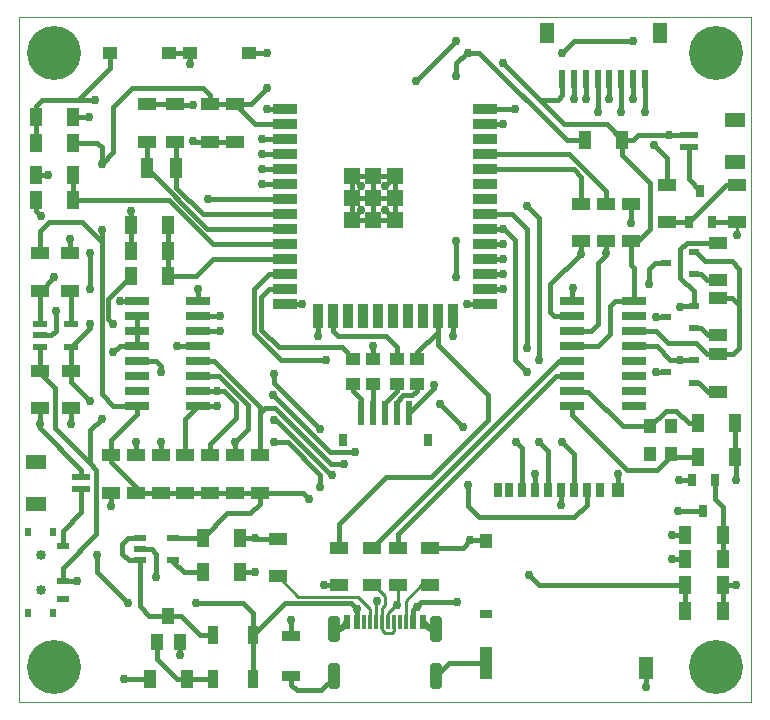
<source format=gbr>
G04 PROTEUS GERBER X2 FILE*
%TF.GenerationSoftware,Labcenter,Proteus,8.17-SP5-Build39395*%
%TF.CreationDate,2025-01-31T21:13:05+00:00*%
%TF.FileFunction,Copper,L1,Top*%
%TF.FilePolarity,Positive*%
%TF.Part,Single*%
%TF.SameCoordinates,{25d9a88a-2623-41a1-bce1-36a6f26497cc}*%
%FSLAX45Y45*%
%MOMM*%
G01*
%TA.AperFunction,Conductor*%
%ADD10C,0.508000*%
%ADD11C,0.381000*%
%ADD12C,0.254000*%
%TA.AperFunction,ViaPad*%
%ADD13C,0.762000*%
%TA.AperFunction,SMDPad,CuDef*%
%ADD14R,0.590000X1.150000*%
%ADD15R,0.300000X1.150000*%
%AMPPAD006*
4,1,36,
-0.195200,1.100000,
0.195200,1.100000,
0.256620,1.093810,
0.313830,1.076040,
0.365610,1.047940,
0.410720,1.010720,
0.447940,0.965600,
0.476040,0.913830,
0.493810,0.856620,
0.500000,0.795200,
0.500000,-0.795200,
0.493810,-0.856620,
0.476040,-0.913830,
0.447940,-0.965600,
0.410720,-1.010720,
0.365610,-1.047940,
0.313830,-1.076040,
0.256620,-1.093810,
0.195200,-1.100000,
-0.195200,-1.100000,
-0.256620,-1.093810,
-0.313830,-1.076040,
-0.365610,-1.047940,
-0.410720,-1.010720,
-0.447940,-0.965600,
-0.476040,-0.913830,
-0.493810,-0.856620,
-0.500000,-0.795200,
-0.500000,0.795200,
-0.493810,0.856620,
-0.476040,0.913830,
-0.447940,0.965600,
-0.410720,1.010720,
-0.365610,1.047940,
-0.313830,1.076040,
-0.256620,1.093810,
-0.195200,1.100000,
0*%
%TA.AperFunction,WasherPad*%
%ADD16PPAD006*%
%TA.AperFunction,SMDPad,CuDef*%
%ADD17R,0.889000X1.524000*%
%TA.AperFunction,SMDPad,CuDef*%
%ADD18R,1.092200X0.609600*%
%TA.AperFunction,OtherPad,Unknown*%
%ADD19C,0.762000*%
%TA.AperFunction,SMDPad,CuDef*%
%ADD70R,2.000000X0.900000*%
%ADD71R,0.900000X2.000000*%
%ADD20R,1.330000X1.330000*%
%TA.AperFunction,SMDPad,CuDef*%
%ADD21R,2.032000X0.635000*%
%TA.AperFunction,SMDPad,CuDef*%
%ADD22R,1.524000X1.016000*%
%TA.AperFunction,SMDPad,CuDef*%
%ADD23R,0.700000X1.200000*%
%ADD24R,1.000000X1.200000*%
%ADD25R,1.000000X2.800000*%
%ADD26R,1.300000X1.899920*%
%ADD27R,1.000000X0.800100*%
%TA.AperFunction,SMDPad,CuDef*%
%ADD28R,1.000000X0.500000*%
%TA.AperFunction,ComponentPad*%
%ADD29C,0.850000*%
%TA.AperFunction,SMDPad,CuDef*%
%ADD72R,0.500000X0.800000*%
%TA.AperFunction,SMDPad,CuDef*%
%ADD73R,1.550000X0.600000*%
%ADD30R,1.800000X1.200000*%
%TA.AperFunction,OtherPad,Unknown*%
%ADD31C,4.572000*%
%TA.AperFunction,SMDPad,CuDef*%
%ADD32R,1.000000X1.400000*%
%TA.AperFunction,SMDPad,CuDef*%
%ADD33R,1.016000X1.524000*%
%TA.AperFunction,SMDPad,CuDef*%
%ADD34R,1.270000X0.558800*%
%TA.AperFunction,SMDPad,CuDef*%
%ADD35R,1.250000X1.100000*%
%ADD36R,1.000000X1.800000*%
%TA.AperFunction,SMDPad,CuDef*%
%ADD37R,0.939800X0.609600*%
%ADD38R,0.700000X1.000000*%
%TA.AperFunction,SMDPad,CuDef*%
%ADD39R,0.600000X1.550000*%
%ADD40R,1.200000X1.800000*%
%TA.AperFunction,SMDPad,CuDef*%
%ADD41R,1.524000X0.889000*%
%ADD42R,1.270000X1.016000*%
%TA.AperFunction,SMDPad,CuDef*%
%ADD43R,0.600000X2.000000*%
%ADD44R,0.750000X1.000000*%
%TA.AperFunction,SMDPad,CuDef*%
%ADD45R,1.100000X1.300000*%
%TA.AperFunction,Profile*%
%ADD46C,0.101600*%
%TD.AperFunction*%
D10*
X+2780000Y+680000D02*
X+2722990Y+622990D01*
X+2668000Y+622990D01*
X+3420000Y+680000D02*
X+3477012Y+622988D01*
X+3532000Y+622988D01*
D11*
X+370880Y+1325000D02*
X+370880Y+1325000D01*
X+1847228Y+1391008D02*
X+1869118Y+1391008D01*
X+438160Y+2807205D02*
X+438160Y+3010140D01*
X+439080Y+3011060D01*
X+179080Y+2807205D02*
X+179080Y+3010140D01*
X+180000Y+3011060D01*
X+999300Y+3272000D02*
X+999300Y+3145000D01*
X+999300Y+3018000D01*
X+1520000Y+3018000D02*
X+1342000Y+3018000D01*
X+1340000Y+3020000D01*
X+1554158Y+1101008D02*
X+1393803Y+1101008D01*
X+1304388Y+1190423D01*
X+1304388Y+1201008D01*
X+1554158Y+1391008D02*
X+1304388Y+1391008D01*
X+1024388Y+1296008D02*
X+1126036Y+1296008D01*
X+1163107Y+1258937D01*
X+1164388Y+1257656D01*
X+1164388Y+1061008D01*
X+1024388Y+1391008D02*
X+927360Y+1391008D01*
X+876716Y+1340364D01*
X+876716Y+1254472D01*
X+930180Y+1201008D01*
X+1024388Y+1201008D01*
X+1108132Y+200000D02*
X+890000Y+200000D01*
X+2000000Y+1100000D02*
X+1870126Y+1100000D01*
X+1869118Y+1101008D01*
X+2000000Y+1390000D02*
X+1870126Y+1390000D01*
X+1869118Y+1391008D01*
X+430000Y+3800000D02*
X+430000Y+3921060D01*
X+437240Y+2353050D02*
X+437240Y+2492245D01*
X+438160Y+2492245D01*
X+178160Y+2353050D02*
X+178160Y+2492245D01*
X+179080Y+2492245D01*
X+990000Y+1775660D02*
X+1200000Y+1775660D01*
X+1410000Y+1775660D01*
X+1620000Y+1775660D01*
X+1830000Y+1775660D01*
X+2040000Y+1775660D01*
X+2100000Y+5020000D02*
X+2250000Y+5020000D01*
X+2250000Y+4385000D02*
X+2060199Y+4385000D01*
X+2060096Y+4385000D01*
X+2060093Y+4384997D01*
X+2250000Y+4512000D02*
X+2059768Y+4512000D01*
X+2059748Y+4511980D01*
X+1520000Y+3272000D02*
X+1699421Y+3272000D01*
X+1699766Y+3272345D01*
X+1520000Y+3145000D02*
X+1699820Y+3145000D01*
X+1699878Y+3144942D01*
X+780000Y+2090620D02*
X+780000Y+2222304D01*
X+999300Y+2441604D01*
X+999300Y+2510000D01*
X+780000Y+1660000D02*
X+780000Y+1775660D01*
X+439080Y+3199020D02*
X+439080Y+3475960D01*
X+430000Y+3485040D01*
X+180000Y+3199020D02*
X+180000Y+3485040D01*
X+2250000Y+4258000D02*
X+1601951Y+4258000D01*
X+1601886Y+4257935D01*
X+300000Y+3600000D02*
X+185040Y+3485040D01*
X+180000Y+3485040D01*
X+700000Y+3900000D02*
X+536935Y+4063065D01*
X+251510Y+4063065D01*
X+180000Y+3991555D01*
X+180000Y+3800000D01*
X+1520000Y+3399000D02*
X+1520000Y+3500000D01*
X+5922516Y+3575120D02*
X+5827957Y+3575120D01*
X+5827510Y+3575567D01*
X+5778077Y+3625000D01*
X+5712516Y+3625000D01*
X+5922516Y+3105080D02*
X+5831008Y+3105080D01*
X+5830838Y+3105250D01*
X+5771088Y+3165000D01*
X+5712516Y+3165000D01*
X+5922516Y+2630080D02*
X+5835632Y+2630080D01*
X+5835387Y+2630325D01*
X+5760712Y+2705000D01*
X+5712516Y+2705000D01*
X+5922516Y+3420040D02*
X+6039960Y+3420040D01*
X+6100000Y+3360000D01*
X+5922516Y+2945040D02*
X+6045040Y+2945040D01*
X+6100000Y+3000000D01*
X+6100000Y+3360000D01*
X+2060136Y+4765983D02*
X+2249983Y+4765983D01*
X+2250000Y+4766000D01*
X+2530000Y+3100000D02*
X+2530000Y+3267500D01*
X+2528500Y+3269000D01*
X+700000Y+4560000D02*
X+700000Y+4700000D01*
X+661060Y+4738940D01*
X+457480Y+4738940D01*
X+1270000Y+5500000D02*
X+1450000Y+5500000D01*
X+1450000Y+5400000D01*
X+4100000Y+4004000D02*
X+3950000Y+4004000D01*
X+3950000Y+4893000D02*
X+4099919Y+4893000D01*
X+4100000Y+4893081D01*
X+500000Y+5100000D02*
X+770000Y+5370000D01*
X+770000Y+5500000D01*
X+3950000Y+5020000D02*
X+4200000Y+5020000D01*
X+3793261Y+3370000D02*
X+3951000Y+3370000D01*
X+3950000Y+3369000D01*
X+1641125Y+200000D02*
X+1423092Y+200000D01*
X+2300000Y+220000D02*
X+2300000Y+150000D01*
X+2350000Y+100000D01*
X+2560000Y+100000D01*
X+2668000Y+208000D01*
X+2668000Y+223000D01*
X+1981125Y+570000D02*
X+1981125Y+200000D01*
X+3672217Y+3099684D02*
X+3671271Y+3100630D01*
X+3671271Y+3268771D01*
X+3671500Y+3269000D01*
X+3000000Y+4454000D02*
X+2817000Y+4454000D01*
X+3183000Y+4454000D02*
X+3000000Y+4454000D01*
X+2817000Y+4270000D02*
X+2817000Y+4454000D01*
X+3000000Y+4270000D02*
X+3000000Y+4454000D01*
X+3000000Y+4270000D02*
X+2817000Y+4270000D01*
X+3183000Y+4087000D02*
X+3183000Y+4270000D01*
X+3183000Y+4454000D01*
X+2817000Y+4270000D02*
X+2817000Y+4087000D01*
X+3000000Y+4087000D02*
X+2817000Y+4087000D01*
X+3183000Y+4087000D02*
X+3000000Y+4087000D01*
X+3183000Y+4087000D02*
X+3100000Y+4170000D01*
X+3183000Y+4454000D02*
X+3100000Y+4371000D01*
X+3100000Y+4370000D01*
X+1265612Y+733834D02*
X+1101760Y+733834D01*
X+1024388Y+811206D01*
X+1024388Y+1201008D01*
X+3000000Y+4270000D02*
X+3183000Y+4270000D01*
X+3000000Y+4087000D02*
X+3000000Y+4270000D01*
X+2817000Y+4087000D02*
X+2900000Y+4170000D01*
X+2817000Y+4454000D02*
X+2900000Y+4371000D01*
X+2900000Y+4370000D01*
X+1641125Y+570000D02*
X+1534532Y+570000D01*
X+1370698Y+733834D01*
X+1265612Y+733834D01*
X+1423092Y+200000D02*
X+1340000Y+200000D01*
X+1170616Y+369384D01*
X+1170616Y+513834D01*
X+3210000Y+1306130D02*
X+3210000Y+1422538D01*
X+4547462Y+2760000D01*
X+4684650Y+2760000D01*
X+142520Y+4738940D02*
X+142520Y+4953940D01*
X+142520Y+5050636D01*
X+191884Y+5100000D01*
X+500000Y+5100000D01*
X+457480Y+4250000D02*
X+457480Y+4460000D01*
X+250000Y+4460000D02*
X+142520Y+4460000D01*
X+590000Y+4953940D02*
X+457480Y+4953940D01*
X+1085000Y+4747520D02*
X+1085000Y+4525000D01*
X+1080000Y+4520000D01*
X+1085000Y+5062480D02*
X+1325000Y+5062480D01*
X+1325000Y+4747520D02*
X+1330000Y+4742520D01*
X+1330000Y+4520000D01*
X+457480Y+4250000D02*
X+1267975Y+4250000D01*
X+1640975Y+3877000D01*
X+2250000Y+3877000D01*
X+1080000Y+4520000D02*
X+1596000Y+4004000D01*
X+2250000Y+4004000D01*
X+1330000Y+4520000D02*
X+1330000Y+4354849D01*
X+1554849Y+4130000D01*
X+2249000Y+4130000D01*
X+2250000Y+4131000D01*
X+1615000Y+4747520D02*
X+1830000Y+4747520D01*
X+700000Y+4560000D02*
X+800379Y+4660379D01*
X+800379Y+5043137D01*
X+957242Y+5200000D01*
X+1560000Y+5200000D01*
X+1615000Y+5145000D01*
X+1615000Y+5062480D01*
X+1830000Y+5062480D01*
X+1470000Y+5060000D02*
X+1327480Y+5060000D01*
X+1325000Y+5062480D01*
X+1615000Y+4747520D02*
X+1472480Y+4747520D01*
X+1470000Y+4750000D01*
X+5700008Y+1880000D02*
X+5590000Y+1880000D01*
X+5310000Y+130000D02*
X+5310000Y+285512D01*
X+5307512Y+288000D01*
X+4368000Y+1798000D02*
X+4368000Y+1928000D01*
X+4370000Y+1930000D01*
X+3957502Y+332488D02*
X+3641488Y+332488D01*
X+3532000Y+223000D01*
X+5957480Y+1210000D02*
X+5957480Y+1420000D01*
X+5642520Y+1420000D02*
X+5530000Y+1420000D01*
X+6064960Y+2360000D02*
X+6064960Y+2080000D01*
X+5642520Y+990000D02*
X+5642520Y+770000D01*
X+5957480Y+990000D02*
X+5957480Y+770000D01*
X+6070000Y+990000D02*
X+5957480Y+990000D01*
X+5070000Y+1930000D02*
X+5070000Y+1801000D01*
X+5073000Y+1798000D01*
X+950000Y+4040000D02*
X+950000Y+4160000D01*
X+950000Y+3820000D02*
X+950000Y+4040000D01*
X+1264960Y+3610000D02*
X+1264960Y+3820000D01*
X+1264960Y+4040000D02*
X+1264960Y+3820000D01*
X+1264960Y+3610000D02*
X+1500000Y+3610000D01*
X+1640000Y+3750000D01*
X+2250000Y+3750000D01*
X+5957480Y+1420000D02*
X+5957480Y+1652520D01*
X+5890000Y+1720000D01*
X+5890000Y+1880000D01*
X+6070000Y+1880000D02*
X+6070000Y+2074960D01*
X+6064960Y+2080000D01*
X+1360608Y+513834D02*
X+1360608Y+400608D01*
X+1360000Y+400000D01*
X+490928Y+1024082D02*
X+490010Y+1025000D01*
X+370880Y+1025000D01*
D12*
X+3175121Y+680121D02*
X+3175000Y+680000D01*
X+3075000Y+680000D02*
X+3075000Y+611306D01*
X+3099673Y+586633D01*
X+3157830Y+586633D01*
X+3175000Y+603803D01*
X+3175000Y+680000D01*
D11*
X+999300Y+3399000D02*
X+999300Y+3398787D01*
X+853992Y+3398787D01*
X+852682Y+3400097D01*
X+2059845Y+4639069D02*
X+2059914Y+4639000D01*
X+2250000Y+4639000D01*
X+439080Y+3011060D02*
X+600000Y+3171980D01*
X+600000Y+3200000D01*
X+600000Y+3500000D02*
X+600000Y+3800000D01*
X+187509Y+4113161D02*
X+142520Y+4158150D01*
X+142520Y+4250000D01*
X+500000Y+5100000D02*
X+640000Y+5100000D01*
X+5482516Y+2800000D02*
X+5390000Y+2800000D01*
X+5712516Y+3355000D02*
X+5712516Y+3479739D01*
X+5597833Y+3594422D01*
X+5597833Y+3835806D01*
X+5652107Y+3890080D01*
X+5922516Y+3890080D01*
X+5712516Y+2895000D02*
X+5601628Y+2895000D01*
X+5597682Y+2898946D01*
X+4698000Y+1798000D02*
X+4698000Y+2102000D01*
X+4600000Y+2200000D01*
X+4400000Y+2900000D02*
X+4400000Y+4100000D01*
X+4300000Y+4200000D01*
X+4258000Y+1798000D02*
X+4258000Y+2152000D01*
X+4210000Y+2200000D01*
X+4300000Y+3000000D02*
X+4300000Y+4002991D01*
X+4171991Y+4131000D01*
X+3950000Y+4131000D01*
X+4477000Y+1798000D02*
X+4477000Y+2123000D01*
X+4400000Y+2200000D01*
X+4300000Y+2800000D02*
X+4200000Y+2900000D01*
X+4200000Y+3910000D01*
X+4106000Y+4004000D01*
X+4100000Y+4004000D01*
X+5597682Y+2898946D02*
X+5515487Y+2898946D01*
X+5400266Y+3014167D01*
X+5205517Y+3014167D01*
X+5205350Y+3014000D01*
X+6100000Y+3360000D02*
X+6100000Y+3670612D01*
X+6034649Y+3735963D01*
X+5812497Y+3735963D01*
X+5733460Y+3815000D01*
X+5712516Y+3815000D01*
X+5597553Y+3349596D02*
X+5602957Y+3355000D01*
X+5712516Y+3355000D01*
X+5922516Y+2945040D02*
X+5826763Y+2945040D01*
X+5731521Y+3040282D01*
X+5496158Y+3040282D01*
X+5395440Y+3141000D01*
X+5205350Y+3141000D01*
X+5205350Y+3395000D02*
X+5045000Y+3395000D01*
X+5001901Y+3351901D01*
X+5001901Y+3116301D01*
X+4899600Y+3014000D01*
X+4684650Y+3014000D01*
X+4970000Y+4222480D02*
X+4970000Y+4324423D01*
X+4655423Y+4639000D01*
X+3950000Y+4639000D01*
X+4760000Y+4222480D02*
X+4760000Y+4450001D01*
X+4698001Y+4512000D01*
X+3950000Y+4512000D01*
X+5205350Y+3395000D02*
X+5205350Y+3674650D01*
X+5180000Y+3700000D01*
X+5180000Y+3907520D01*
X+5482516Y+3260000D02*
X+5400442Y+3260000D01*
X+5399080Y+3261362D01*
X+5390000Y+3261362D01*
X+4684650Y+3268000D02*
X+4532000Y+3268000D01*
X+4500000Y+3300000D01*
X+4500000Y+3540000D01*
X+4758737Y+3798737D01*
X+4758737Y+3906257D01*
X+4760000Y+3907520D01*
X+800000Y+2963845D02*
X+854155Y+3018000D01*
X+999300Y+3018000D01*
X+990000Y+2090620D02*
X+990000Y+2200000D01*
D12*
X+3125000Y+680000D02*
X+3125000Y+757281D01*
X+3194599Y+826880D01*
X+3196880Y+826880D01*
X+3210000Y+840000D01*
X+3210000Y+991170D01*
D11*
X+3340000Y+680000D02*
X+3340000Y+780000D01*
X+3370000Y+810000D01*
X+2860000Y+680000D02*
X+2860000Y+790000D01*
X+1830000Y+5062480D02*
X+1999480Y+4893000D01*
X+2250000Y+4893000D01*
X+1950000Y+5500000D02*
X+2100000Y+5500000D01*
X+3700000Y+3600000D02*
X+3700000Y+3902540D01*
X+3700000Y+5300000D02*
X+3700000Y+5408538D01*
X+3791462Y+5500000D01*
X+3800000Y+5500000D01*
X+5750000Y+2360000D02*
X+5671872Y+2360000D01*
X+5562668Y+2469204D01*
X+5474204Y+2469204D01*
X+5340000Y+2335000D01*
X+5527500Y+2097500D02*
X+5400000Y+1970000D01*
X+5148933Y+1970000D01*
X+4684650Y+2434283D01*
X+4684650Y+2506000D01*
X+5750000Y+2080000D02*
X+5545000Y+2080000D01*
X+5527500Y+2097500D01*
X+5520000Y+2105000D01*
X+5340000Y+2335000D02*
X+5115000Y+2335000D01*
X+4820000Y+2630000D01*
X+4687650Y+2630000D01*
X+4684650Y+2633000D01*
X+3370000Y+810000D02*
X+3404602Y+844602D01*
X+3708134Y+844602D01*
X+5530000Y+1210000D02*
X+5642520Y+1210000D01*
X+2990000Y+1306130D02*
X+4571116Y+2887246D01*
X+4581291Y+2887246D01*
X+4684404Y+2887246D01*
X+4684650Y+2887000D01*
D12*
X+3075000Y+680000D02*
X+3074833Y+680000D01*
X+3074833Y+794832D01*
X+3102958Y+822957D01*
X+3102958Y+898138D01*
X+3009926Y+991170D01*
X+2990000Y+991170D01*
X+3028299Y+852999D02*
X+3025000Y+849700D01*
X+3025000Y+680000D01*
X+3275006Y+680000D02*
X+3275006Y+857995D01*
D11*
X+1200000Y+2090620D02*
X+1200000Y+2200000D01*
X+1200000Y+2800000D02*
X+1200000Y+2849436D01*
X+1157207Y+2892229D01*
X+1055378Y+2892229D01*
X+1054149Y+2891000D01*
X+999300Y+2891000D01*
X+1410000Y+2090620D02*
X+1410000Y+2400000D01*
X+1520000Y+2510000D01*
X+2040000Y+2090620D02*
X+2040000Y+2450000D01*
X+2040000Y+2502025D01*
X+1651025Y+2891000D01*
X+1520000Y+2891000D01*
X+1830000Y+2090620D02*
X+1830000Y+2200000D01*
X+1940000Y+2310000D01*
X+1940000Y+2520000D01*
X+1696000Y+2764000D01*
X+1520000Y+2764000D01*
X+1680000Y+2637000D02*
X+1520000Y+2637000D01*
X+3820000Y+1370000D02*
X+3955502Y+1370000D01*
X+3957502Y+1368000D01*
D12*
X+3275006Y+857995D02*
X+3408181Y+991170D01*
X+3480000Y+991170D01*
D11*
X+3480000Y+1306130D02*
X+3756130Y+1306130D01*
X+3820000Y+1370000D01*
X+2190000Y+1386130D02*
X+2003870Y+1386130D01*
X+2000000Y+1390000D01*
X+2550804Y+1820804D02*
X+2550804Y+1926644D01*
X+2277448Y+2200000D01*
X+2160000Y+2200000D01*
X+2160000Y+2390000D02*
X+2172970Y+2390000D01*
X+2642970Y+1920000D01*
X+2650000Y+1920000D01*
X+1520000Y+2510000D02*
X+1677944Y+2510000D01*
X+1677397Y+2509453D01*
X+1677397Y+2508914D01*
X+2250000Y+3369000D02*
X+2399361Y+3369000D01*
X+2399727Y+3368634D01*
X+3000000Y+3020000D02*
X+3000000Y+2908468D01*
X+2998266Y+2906734D01*
X+3000000Y+2905000D01*
X+2655500Y+3269000D02*
X+2655500Y+3144592D01*
X+2700092Y+3100000D01*
X+3108594Y+3100000D01*
X+3200000Y+3008594D01*
X+3200000Y+2905000D01*
X+3000000Y+2691640D02*
X+3000000Y+2450000D01*
X+3200000Y+2691640D02*
X+3200000Y+2637177D01*
X+3100000Y+2537177D01*
X+3100000Y+2450000D01*
X+2830000Y+2691640D02*
X+2830000Y+2633411D01*
X+2900000Y+2563411D01*
X+2900000Y+2450000D01*
X+3370000Y+2691640D02*
X+3370000Y+2638534D01*
X+3328703Y+2597237D01*
X+3253575Y+2597237D01*
X+3200000Y+2543662D01*
X+3200000Y+2450000D01*
X+2150794Y+2600100D02*
X+2633032Y+2117862D01*
X+2847862Y+2117862D01*
X+2550000Y+2310000D02*
X+2160000Y+2700000D01*
X+2160000Y+2780000D01*
X+1620000Y+2090620D02*
X+1620000Y+2185132D01*
X+1840000Y+2405132D01*
X+1840000Y+2537075D01*
X+1740075Y+2637000D01*
X+1680000Y+2637000D01*
X+2040000Y+2450000D02*
X+2082978Y+2492978D01*
X+2166203Y+2492978D01*
X+2639181Y+2020000D01*
X+2750000Y+2020000D01*
X+3300000Y+2450000D02*
X+3300000Y+2451368D01*
X+3510000Y+2661368D01*
X+3510000Y+2690000D01*
X+1554158Y+1391008D02*
X+1763150Y+1600000D01*
X+1960000Y+1600000D01*
X+2040000Y+1680000D01*
X+2040000Y+1775660D01*
X+4587000Y+1798000D02*
X+4587054Y+1797946D01*
X+4587054Y+1669540D01*
X+4320000Y+1080000D02*
X+4320000Y+1075881D01*
X+4405881Y+990000D01*
X+5642520Y+990000D01*
X+2250000Y+3496000D02*
X+2118736Y+3496000D01*
X+2050000Y+3427264D01*
X+2050000Y+3153981D01*
X+2200359Y+3003622D01*
X+2731378Y+3003622D01*
X+2830000Y+2905000D01*
X+990000Y+1775660D02*
X+990000Y+1826011D01*
X+780000Y+2036011D01*
X+780000Y+2090620D01*
X+370880Y+1325000D02*
X+370880Y+1447944D01*
X+529600Y+1606664D01*
X+529600Y+1806060D01*
X+1981125Y+570000D02*
X+1981125Y+756689D01*
X+1897814Y+840000D01*
X+1500000Y+840000D01*
X+919998Y+840000D02*
X+657702Y+1102296D01*
X+657702Y+1247854D01*
X+600000Y+2552861D02*
X+438575Y+2714286D01*
X+438575Y+2806790D01*
X+438160Y+2807205D01*
X+178160Y+2353050D02*
X+178160Y+2321840D01*
X+529600Y+1970400D01*
X+529600Y+1906060D01*
X+601630Y+2024493D02*
X+307187Y+2318936D01*
X+307187Y+2661996D01*
X+179080Y+2790103D01*
X+179080Y+2807205D01*
X+370880Y+1025000D02*
X+370880Y+1139687D01*
X+656142Y+1424949D01*
X+656142Y+1969981D01*
X+601630Y+2024493D01*
X+700000Y+3900000D02*
X+700000Y+4000000D01*
X+999300Y+2510000D02*
X+800000Y+2510000D01*
X+700000Y+2610000D01*
X+700000Y+3900000D01*
X+601630Y+2024493D02*
X+601630Y+2301630D01*
X+700000Y+2400000D01*
X+800000Y+3200000D02*
X+800000Y+3200592D01*
X+758001Y+3242591D01*
X+758001Y+3418001D01*
X+950000Y+3610000D01*
X+2860000Y+790000D02*
X+2859915Y+790000D01*
X+2809915Y+840000D01*
X+2252257Y+840000D01*
X+1982257Y+570000D01*
X+1981125Y+570000D01*
D12*
X+2975000Y+680000D02*
X+2975000Y+791298D01*
X+2871308Y+894990D01*
X+2366180Y+894990D01*
X+2190000Y+1071170D01*
D11*
X+2460000Y+1720000D02*
X+2404340Y+1775660D01*
X+2040000Y+1775660D01*
X+2300000Y+560000D02*
X+2300000Y+700000D01*
X+2580000Y+990000D02*
X+2710000Y+990000D01*
X+4100064Y+3623438D02*
X+4099626Y+3623000D01*
X+3950000Y+3623000D01*
X+5200000Y+5110000D02*
X+5200000Y+5278880D01*
X+4099732Y+3876823D02*
X+4099555Y+3877000D01*
X+3950000Y+3877000D01*
X+5000000Y+5110000D02*
X+5000000Y+5278880D01*
X+4700000Y+5110000D02*
X+4700000Y+5278880D01*
X+4800000Y+5278880D02*
X+4800000Y+5110000D01*
X+4900000Y+5000000D02*
X+4900000Y+5278880D01*
X+3950000Y+3750000D02*
X+4100000Y+3750000D01*
X+5100000Y+5000000D02*
X+5100000Y+5278880D01*
X+3950000Y+3496000D02*
X+4099485Y+3496000D01*
X+4099511Y+3495974D01*
X+5300000Y+5000000D02*
X+5300000Y+5278868D01*
X+5300012Y+5278880D01*
X+1830000Y+5062480D02*
X+1962480Y+5062480D01*
X+2100000Y+5200000D01*
X+3800000Y+5500000D02*
X+3898929Y+5500000D01*
X+4638929Y+4760000D01*
X+4795040Y+4760000D01*
X+4101403Y+5414884D02*
X+4159999Y+5356288D01*
X+4160000Y+5356288D01*
X+4413193Y+5103095D01*
X+4560915Y+5103095D01*
X+4599988Y+5142168D01*
X+4599988Y+5278880D01*
X+4413193Y+5103095D02*
X+4619011Y+4897277D01*
X+4975281Y+4897277D01*
X+5110000Y+4762558D01*
X+5110000Y+4760000D01*
X+5795004Y+1620000D02*
X+5580000Y+1620000D01*
X+4686831Y+3509120D02*
X+4684650Y+3506939D01*
X+4684650Y+3395000D01*
X+4970000Y+3800000D02*
X+4970000Y+3907520D01*
X+4684650Y+3141000D02*
X+4841000Y+3141000D01*
X+4900000Y+3200000D01*
X+4900000Y+3716760D01*
X+4970000Y+3786760D01*
X+4970000Y+3800000D01*
X+5500000Y+4800000D02*
X+5240000Y+4800000D01*
X+5200000Y+4760000D01*
X+5110000Y+4760000D01*
X+5500000Y+4800000D02*
X+5672000Y+4800000D01*
X+6080000Y+4065040D02*
X+5869956Y+4065040D01*
X+5864996Y+4070000D01*
X+6080000Y+4380000D02*
X+5985004Y+4380000D01*
X+5675004Y+4070000D01*
X+5494960Y+4070000D01*
X+5490000Y+4065040D01*
X+5110000Y+4760000D02*
X+5110000Y+4630000D01*
X+5340000Y+4400000D01*
X+5340000Y+4006108D01*
X+5241412Y+3907520D01*
X+5180000Y+3907520D01*
X+5180000Y+4060000D02*
X+5180000Y+4222480D01*
X+5770000Y+4330000D02*
X+5672000Y+4428000D01*
X+5672000Y+4700000D01*
X+5482516Y+3720000D02*
X+5387691Y+3720000D01*
X+5335947Y+3668256D01*
X+5335947Y+3543324D01*
X+5490000Y+4380000D02*
X+5490000Y+4610000D01*
X+5380000Y+4720000D01*
X+3700000Y+5600000D02*
X+3360000Y+5260000D01*
X+5200000Y+5600000D02*
X+4700000Y+5600000D01*
X+4600000Y+5500000D01*
X+3544500Y+3269000D02*
X+3544500Y+3137891D01*
X+3544500Y+3269000D02*
X+3545763Y+3269000D01*
X+3545763Y+3139154D01*
X+3544500Y+3137891D01*
X+3370000Y+2963407D01*
X+3370000Y+2905000D01*
X+4807000Y+1798000D02*
X+4807000Y+1673335D01*
X+4703665Y+1570000D01*
X+3894498Y+1570000D01*
X+3800000Y+1664498D01*
X+3800000Y+1840000D01*
X+3760000Y+2330000D02*
X+3566492Y+2523508D01*
X+2600000Y+2900000D02*
X+2219999Y+2900000D01*
X+1990000Y+3129999D01*
X+1990000Y+3498293D01*
X+2114707Y+3623000D01*
X+2250000Y+3623000D01*
X+3544500Y+3137891D02*
X+3544500Y+3025500D01*
X+3970000Y+2600000D01*
X+3970000Y+2392812D01*
X+3485661Y+1908473D01*
X+3109692Y+1908473D01*
X+2710000Y+1508781D01*
X+2710000Y+1304960D01*
X+310000Y+3310000D02*
X+310000Y+3146718D01*
X+309815Y+3146533D01*
X+268322Y+3105040D01*
X+180000Y+3105040D01*
D12*
X+6080000Y+3960000D02*
X+6080000Y+4065040D01*
D13*
X+2060093Y+4384997D03*
X+2059748Y+4511980D03*
X+1699766Y+3272345D03*
X+1699878Y+3144942D03*
X+1601886Y+4257935D03*
X+300000Y+3600000D03*
X+4100000Y+4893081D03*
X+3100000Y+4170000D03*
X+3100000Y+4370000D03*
X+2900000Y+4170000D03*
X+2900000Y+4370000D03*
X+1360000Y+400000D03*
X+490928Y+1024082D03*
X+852682Y+3400097D03*
X+2059845Y+4639069D03*
X+600000Y+3200000D03*
X+600000Y+3500000D03*
X+600000Y+3800000D03*
X+187509Y+4113161D03*
X+640000Y+5100000D03*
X+5390000Y+2800000D03*
X+4600000Y+2200000D03*
X+4400000Y+2900000D03*
X+4300000Y+4200000D03*
X+4210000Y+2200000D03*
X+4300000Y+3000000D03*
X+4400000Y+2200000D03*
X+4300000Y+2800000D03*
X+5597682Y+2898946D03*
X+5597553Y+3349596D03*
X+5390000Y+3261362D03*
X+990000Y+2200000D03*
X+800000Y+2963845D03*
X+3196880Y+826880D03*
X+2100000Y+5500000D03*
X+3793261Y+3370000D03*
X+3700000Y+3600000D03*
X+3700000Y+3902540D03*
X+3700000Y+5300000D03*
X+3370000Y+810000D03*
X+3708134Y+844602D03*
X+5530000Y+1210000D03*
X+3028299Y+852999D03*
X+1200000Y+2800000D03*
X+2550804Y+1820804D03*
X+2160000Y+2200000D03*
X+1830000Y+2200000D03*
X+1200000Y+2200000D03*
X+2160000Y+2390000D03*
X+2650000Y+1920000D03*
X+1677397Y+2508914D03*
X+2847862Y+2117862D03*
X+2160000Y+2780000D03*
X+3000000Y+3020000D03*
X+2550000Y+2310000D03*
X+2150794Y+2600100D03*
X+1680000Y+2637000D03*
X+2750000Y+2020000D03*
X+4587054Y+1669540D03*
X+1500000Y+840000D03*
X+919998Y+840000D03*
X+657702Y+1247854D03*
X+600000Y+2552861D03*
X+700000Y+4000000D03*
X+700000Y+4560000D03*
X+700000Y+2400000D03*
X+800000Y+3200000D03*
X+2460000Y+1720000D03*
X+4320000Y+1080000D03*
X+2860000Y+790000D03*
X+2300000Y+700000D03*
X+2580000Y+990000D03*
X+5200000Y+5110000D03*
X+4100064Y+3623438D03*
X+5000000Y+5110000D03*
X+4099732Y+3876823D03*
X+4800000Y+5110000D03*
X+4100000Y+4004000D03*
X+4900000Y+5000000D03*
X+4100000Y+3750000D03*
X+5100000Y+5000000D03*
X+4099511Y+3495974D03*
X+5300000Y+5000000D03*
X+2100000Y+5200000D03*
X+4101403Y+5414884D03*
X+3800000Y+5500000D03*
X+4758737Y+3798737D03*
X+5580000Y+1620000D03*
X+4686831Y+3509120D03*
X+4970000Y+3800000D03*
X+5500000Y+4800000D03*
X+5335947Y+3543324D03*
X+2060136Y+4765983D03*
X+5380000Y+4720000D03*
X+3700000Y+5600000D03*
X+3360000Y+5260000D03*
X+2399727Y+3368634D03*
X+5200000Y+5600000D03*
X+4600000Y+5500000D03*
X+3672217Y+3099684D03*
X+3800000Y+1840000D03*
X+3760000Y+2330000D03*
X+3566492Y+2523508D03*
X+2600000Y+2900000D03*
D14*
X+2780000Y+680000D03*
X+2860000Y+680000D03*
D15*
X+2975000Y+680000D03*
X+3075000Y+680000D03*
X+3125000Y+680000D03*
X+3225000Y+680000D03*
D14*
X+3420000Y+680000D03*
X+3340000Y+680000D03*
D15*
X+3275006Y+680000D03*
X+3175000Y+680000D03*
X+3025000Y+680000D03*
X+2924994Y+680000D03*
D16*
X+2668000Y+223000D03*
X+2668000Y+622990D03*
X+3532000Y+622988D03*
X+3532000Y+223000D03*
D17*
X+1981125Y+570000D03*
X+1641125Y+570000D03*
D18*
X+1024388Y+1391008D03*
X+1024388Y+1296008D03*
X+1024388Y+1201008D03*
X+1304388Y+1201008D03*
X+1304388Y+1391008D03*
D19*
X+2000000Y+1100000D03*
X+1164388Y+1061008D03*
D70*
X+2250000Y+5020000D03*
X+2250000Y+4893000D03*
X+2250000Y+4766000D03*
X+2250000Y+4639000D03*
X+2250000Y+4512000D03*
X+2250000Y+4385000D03*
X+2250000Y+4258000D03*
X+2250000Y+4131000D03*
X+2250000Y+4004000D03*
X+2250000Y+3877000D03*
X+2250000Y+3750000D03*
X+2250000Y+3623000D03*
X+2250000Y+3496000D03*
X+2250000Y+3369000D03*
D71*
X+2528500Y+3269000D03*
X+2655500Y+3269000D03*
X+2782500Y+3269000D03*
X+2909500Y+3269000D03*
X+3036500Y+3269000D03*
X+3163500Y+3269000D03*
X+3290500Y+3269000D03*
X+3417500Y+3269000D03*
X+3544500Y+3269000D03*
X+3671500Y+3269000D03*
D70*
X+3950000Y+3369000D03*
X+3950000Y+3496000D03*
X+3950000Y+3623000D03*
X+3950000Y+3750000D03*
X+3950000Y+3877000D03*
X+3950000Y+4004000D03*
X+3950000Y+4131000D03*
X+3950000Y+4258000D03*
X+3950000Y+4385000D03*
X+3950000Y+4512000D03*
X+3950000Y+4639000D03*
X+3950000Y+4766000D03*
X+3950000Y+4893000D03*
X+3950000Y+5020000D03*
D20*
X+2817000Y+4454000D03*
X+3000000Y+4454000D03*
X+3183000Y+4454000D03*
X+2817000Y+4270000D03*
X+3000000Y+4270000D03*
X+3183000Y+4270000D03*
X+2817000Y+4087000D03*
X+3000000Y+4087000D03*
X+3183000Y+4087000D03*
D19*
X+2100000Y+5020000D03*
D21*
X+4684650Y+3395000D03*
X+4684650Y+3268000D03*
X+4684650Y+3141000D03*
X+4684650Y+3014000D03*
X+4684650Y+2887000D03*
X+4684650Y+2760000D03*
X+4684650Y+2633000D03*
X+4684650Y+2506000D03*
X+5205350Y+2506000D03*
X+5205350Y+2633000D03*
X+5205350Y+2760000D03*
X+5205350Y+2887000D03*
X+5205350Y+3014000D03*
X+5205350Y+3141000D03*
X+5205350Y+3268000D03*
X+5205350Y+3395000D03*
D22*
X+3210000Y+991170D03*
X+3210000Y+1306130D03*
X+2990000Y+991170D03*
X+2990000Y+1306130D03*
X+4970000Y+3907520D03*
X+4970000Y+4222480D03*
X+4760000Y+3907520D03*
X+4760000Y+4222480D03*
D23*
X+4917000Y+1798000D03*
X+4807000Y+1798000D03*
X+4698000Y+1798000D03*
X+4587000Y+1798000D03*
X+4477000Y+1798000D03*
X+4368000Y+1798000D03*
X+4258000Y+1798000D03*
X+4147494Y+1798000D03*
D24*
X+3957502Y+1368000D03*
D25*
X+3957502Y+332488D03*
D26*
X+5307512Y+288000D03*
D24*
X+5073000Y+1798000D03*
D27*
X+3957502Y+747000D03*
D23*
X+4052498Y+1798000D03*
D22*
X+3480000Y+991170D03*
X+3480000Y+1306130D03*
X+2190000Y+1071170D03*
X+2190000Y+1386130D03*
D28*
X+370880Y+1325000D03*
X+370880Y+1025000D03*
X+370880Y+875000D03*
D29*
X+185880Y+1250000D03*
X+185880Y+950000D03*
D72*
X+290880Y+755000D03*
X+80880Y+755000D03*
X+80880Y+1445000D03*
X+290880Y+1445000D03*
D73*
X+529600Y+1906060D03*
X+529600Y+1806060D03*
D30*
X+141608Y+2036060D03*
X+141608Y+1676060D03*
D31*
X+300000Y+300000D03*
X+300000Y+5500000D03*
X+5900000Y+5500000D03*
X+5900000Y+300000D03*
D32*
X+1170616Y+513834D03*
X+1360608Y+513834D03*
X+1265612Y+733834D03*
D17*
X+1981125Y+200000D03*
X+1641125Y+200000D03*
D33*
X+1423092Y+200000D03*
X+1108132Y+200000D03*
D19*
X+890000Y+200000D03*
D33*
X+1554158Y+1101008D03*
X+1869118Y+1101008D03*
X+1554158Y+1391008D03*
X+1869118Y+1391008D03*
D19*
X+2000000Y+1390000D03*
D34*
X+180000Y+3199020D03*
X+180000Y+3105040D03*
X+180000Y+3011060D03*
X+439080Y+3011060D03*
X+439080Y+3199020D03*
D19*
X+310000Y+3310000D03*
D22*
X+438160Y+2807205D03*
X+438160Y+2492245D03*
D19*
X+437240Y+2353050D03*
D22*
X+430000Y+3485040D03*
X+430000Y+3800000D03*
D19*
X+430000Y+3921060D03*
D22*
X+180000Y+3485040D03*
X+180000Y+3800000D03*
X+179080Y+2807205D03*
X+179080Y+2492245D03*
D19*
X+178160Y+2353050D03*
X+2530000Y+3100000D03*
D21*
X+1520000Y+2510000D03*
X+1520000Y+2637000D03*
X+1520000Y+2764000D03*
X+1520000Y+2891000D03*
X+1520000Y+3018000D03*
X+1520000Y+3145000D03*
X+1520000Y+3272000D03*
X+1520000Y+3399000D03*
X+999300Y+3399000D03*
X+999300Y+3272000D03*
X+999300Y+3145000D03*
X+999300Y+3018000D03*
X+999300Y+2891000D03*
X+999300Y+2764000D03*
X+999300Y+2637000D03*
X+999300Y+2510000D03*
D22*
X+1410000Y+1775660D03*
X+1410000Y+2090620D03*
X+1620000Y+1775660D03*
X+1620000Y+2090620D03*
X+1830000Y+1775660D03*
X+1830000Y+2090620D03*
X+2040000Y+1775660D03*
X+2040000Y+2090620D03*
X+990000Y+1775660D03*
X+990000Y+2090620D03*
X+1200000Y+1775660D03*
X+1200000Y+2090620D03*
D19*
X+1520000Y+3500000D03*
X+1340000Y+3020000D03*
D22*
X+780000Y+2090620D03*
X+780000Y+1775660D03*
D19*
X+780000Y+1660000D03*
D33*
X+1264960Y+3820000D03*
X+950000Y+3820000D03*
X+1264960Y+3610000D03*
X+950000Y+3610000D03*
X+1264960Y+4040000D03*
X+950000Y+4040000D03*
D22*
X+1830000Y+5062480D03*
X+1830000Y+4747520D03*
X+1615000Y+5062480D03*
X+1615000Y+4747520D03*
D33*
X+142520Y+4250000D03*
X+457480Y+4250000D03*
X+457480Y+4460000D03*
X+142520Y+4460000D03*
D35*
X+1270000Y+5500000D03*
X+770000Y+5500000D03*
D33*
X+142520Y+4953940D03*
X+457480Y+4953940D03*
X+457480Y+4738940D03*
X+142520Y+4738940D03*
D35*
X+1450000Y+5500000D03*
X+1950000Y+5500000D03*
D33*
X+5642520Y+770000D03*
X+5957480Y+770000D03*
X+5642520Y+990000D03*
X+5957480Y+990000D03*
D19*
X+1470000Y+4750000D03*
D36*
X+1080000Y+4520000D03*
X+1330000Y+4520000D03*
D22*
X+1325000Y+4747520D03*
X+1325000Y+5062480D03*
X+1085000Y+4747520D03*
X+1085000Y+5062480D03*
D19*
X+1470000Y+5060000D03*
X+590000Y+4953940D03*
X+250000Y+4460000D03*
X+950000Y+4160000D03*
D37*
X+5712516Y+2705000D03*
X+5712516Y+2895000D03*
X+5482516Y+2800000D03*
X+5712516Y+3165000D03*
X+5712516Y+3355000D03*
X+5482516Y+3260000D03*
X+5712516Y+3625000D03*
X+5712516Y+3815000D03*
X+5482516Y+3720000D03*
D22*
X+5922516Y+2945040D03*
X+5922516Y+2630080D03*
X+5922516Y+3420040D03*
X+5922516Y+3105080D03*
X+5922516Y+3890080D03*
X+5922516Y+3575120D03*
D38*
X+5890000Y+1880000D03*
X+5700008Y+1880000D03*
X+5795004Y+1620000D03*
D33*
X+5642520Y+1210000D03*
X+5957480Y+1210000D03*
X+5957480Y+1420000D03*
X+5642520Y+1420000D03*
X+5110000Y+4760000D03*
X+4795040Y+4760000D03*
D22*
X+5180000Y+3907520D03*
X+5180000Y+4222480D03*
D19*
X+5070000Y+1930000D03*
D33*
X+5750000Y+2360000D03*
X+6064960Y+2360000D03*
X+5750000Y+2080000D03*
X+6064960Y+2080000D03*
D39*
X+5300012Y+5278880D03*
X+5200000Y+5278880D03*
X+5100000Y+5278880D03*
X+5000000Y+5278880D03*
X+4900000Y+5278880D03*
X+4800000Y+5278880D03*
X+4700000Y+5278880D03*
X+4599988Y+5278880D03*
D40*
X+5430000Y+5665880D03*
X+4470000Y+5665880D03*
D19*
X+6070000Y+990000D03*
X+5590000Y+1880000D03*
X+5530000Y+1420000D03*
X+3820000Y+1370000D03*
X+4370000Y+1930000D03*
X+1450000Y+5400000D03*
X+4700000Y+5110000D03*
X+4200000Y+5020000D03*
X+5310000Y+130000D03*
D41*
X+2300000Y+560000D03*
X+2300000Y+220000D03*
D19*
X+6070000Y+1880000D03*
D42*
X+3370000Y+2691640D03*
X+3370000Y+2905000D03*
X+3200000Y+2691640D03*
X+3200000Y+2905000D03*
X+3000000Y+2691640D03*
X+3000000Y+2905000D03*
X+2830000Y+2691640D03*
X+2830000Y+2905000D03*
D43*
X+3300000Y+2450000D03*
X+3200000Y+2450000D03*
X+3100000Y+2450000D03*
X+3000000Y+2450000D03*
X+2900000Y+2450000D03*
D44*
X+3460000Y+2220000D03*
X+2740000Y+2220000D03*
D19*
X+5180000Y+4060000D03*
D45*
X+5340000Y+2335000D03*
X+5340000Y+2105000D03*
X+5520000Y+2105000D03*
X+5520000Y+2335000D03*
D19*
X+3510000Y+2690000D03*
D22*
X+2710000Y+990000D03*
X+2710000Y+1304960D03*
D73*
X+5672000Y+4700000D03*
X+5672000Y+4800000D03*
D30*
X+6059992Y+4570000D03*
X+6059992Y+4930000D03*
D38*
X+5675004Y+4070000D03*
X+5864996Y+4070000D03*
X+5770000Y+4330000D03*
D22*
X+6080000Y+4380000D03*
X+6080000Y+4065040D03*
X+5490000Y+4380000D03*
X+5490000Y+4065040D03*
D19*
X+6080000Y+3960000D03*
D46*
X+0Y+0D02*
X+6200000Y+0D01*
X+6200000Y+5800000D01*
X+0Y+5800000D01*
X+0Y+0D01*
M02*

</source>
